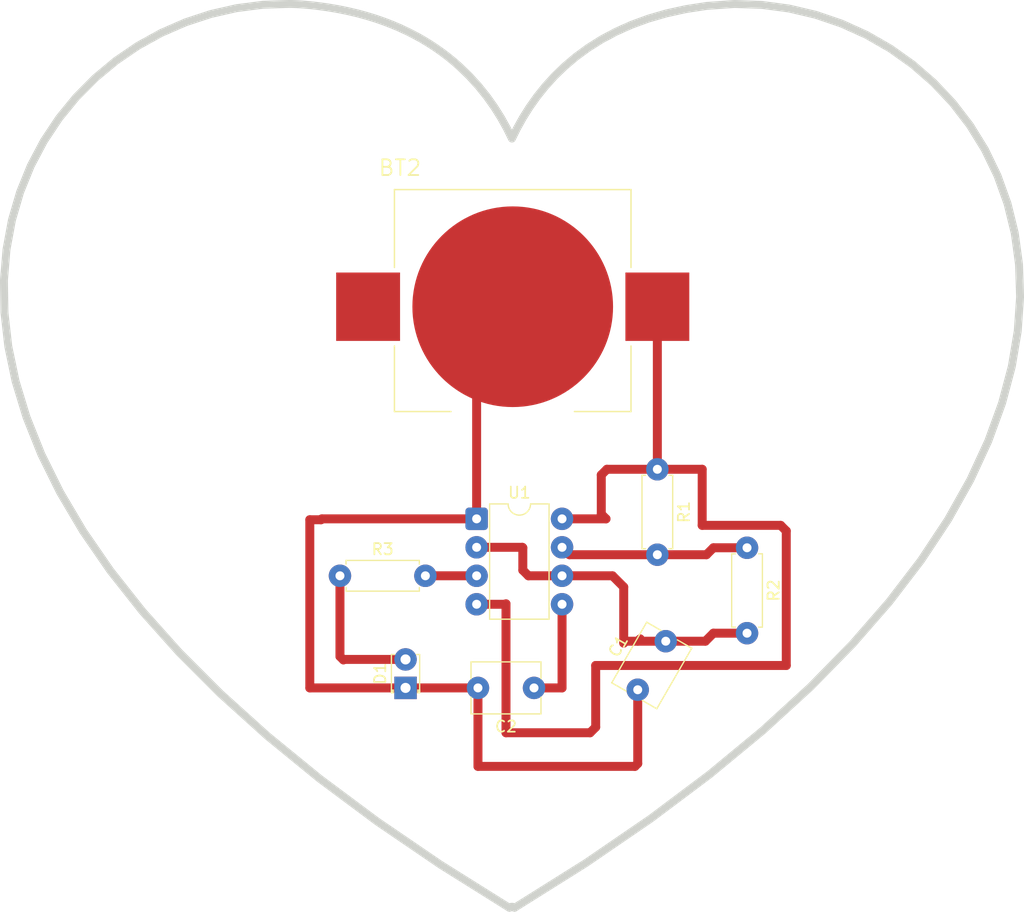
<source format=kicad_pcb>
(kicad_pcb (version 20241229) (generator "pcbnew") (generator_version "9.0")
  (layers (0 "F.Cu" signal) (2 "B.Cu" signal) (13 "F.Paste" user) (15 "B.Paste" user) (5 "F.SilkS" user "F.Silkscreen") (7 "B.SilkS" user "B.Silkscreen") (1 "F.Mask" user) (3 "B.Mask" user) (25 "Edge.Cuts" user))
  (net 0 "")
  (net 1 "GND")
  (net 2 "+3V0")
  (net 3 "Net-(U1-THR)")
  (net 4 "Net-(U1-CV)")
  (net 5 "Net-(D1-A)")
  (net 6 "Net-(U1-DIS)")
  (net 7 "Net-(U1-Q)")
  (footprint "Capacitor_THT:C_Disc_D6.0mm_W4.4mm_P5.00mm" (layer "F.Cu") (at 122 127.5 180)
    (property "Reference" "C2" (at 2.5 -3.450001 0) (layer "F.SilkS"))
    (property "Value" "10n")
    (fp_line (start 5.62 2.32) (end -0.62 2.32) (stroke (width 0.12)) (layer "F.SilkS"))
    (fp_line (start 5.62 0.835) (end 5.62 2.32) (stroke (width 0.12)) (layer "F.SilkS"))
    (fp_line (start 5.62 -2.32) (end 5.62 -0.835) (stroke (width 0.12)) (layer "F.SilkS"))
    (fp_line (start -0.62 2.32) (end -0.62 0.835) (stroke (width 0.12)) (layer "F.SilkS"))
    (fp_line (start -0.62 -0.835) (end -0.62 -2.32) (stroke (width 0.12)) (layer "F.SilkS"))
    (fp_line (start -0.62 -2.32) (end 5.62 -2.32) (stroke (width 0.12)) (layer "F.SilkS"))
    (pad "1" thru_hole circle (at 0 0 180) (size 2 2) (drill 0.8) (layers "*.Cu" "*.Mask") (net 4 "Net-(U1-CV)"))
    (pad "2" thru_hole circle (at 5 0 180) (size 2 2) (drill 0.8) (layers "*.Cu" "*.Mask") (net 1 "GND"))
  )
  (footprint "Resistor_THT:R_Axial_DIN0207_L6.3mm_D2.5mm_P7.62mm_Horizontal" (layer "F.Cu") (at 133 108 -90)
    (property "Reference" "R1" (at 3.81 -2.37 90) (layer "F.SilkS"))
    (property "Value" "R")
    (fp_line (start 0.54 1.37) (end 7.08 1.37) (stroke (width 0.12)) (layer "F.SilkS"))
    (fp_line (start 7.08 1.37) (end 7.08 1.04) (stroke (width 0.12)) (layer "F.SilkS"))
    (fp_line (start 0.54 1.039999) (end 0.54 1.37) (stroke (width 0.12)) (layer "F.SilkS"))
    (fp_line (start 0.54 -1.039999) (end 0.54 -1.37) (stroke (width 0.12)) (layer "F.SilkS"))
    (fp_line (start 0.54 -1.37) (end 7.08 -1.37) (stroke (width 0.12)) (layer "F.SilkS"))
    (fp_line (start 7.08 -1.37) (end 7.08 -1.04) (stroke (width 0.12)) (layer "F.SilkS"))
    (pad "1" thru_hole circle (at 0 0 270) (size 2 2) (drill 0.8) (layers "*.Cu" "*.Mask") (net 2 "+3V0"))
    (pad "2" thru_hole circle (at 7.62 0 270) (size 2 2) (drill 0.8) (layers "*.Cu" "*.Mask") (net 6 "Net-(U1-DIS)"))
  )
  (footprint "Resistor_THT:R_Axial_DIN0207_L6.3mm_D2.5mm_P7.62mm_Horizontal" (layer "F.Cu") (at 141 115 -90)
    (property "Reference" "R2" (at 3.81 -2.37 90) (layer "F.SilkS"))
    (property "Value" "R")
    (fp_line (start 0.54 1.37) (end 7.08 1.37) (stroke (width 0.12)) (layer "F.SilkS"))
    (fp_line (start 7.08 1.37) (end 7.08 1.04) (stroke (width 0.12)) (layer "F.SilkS"))
    (fp_line (start 0.54 1.039999) (end 0.54 1.37) (stroke (width 0.12)) (layer "F.SilkS"))
    (fp_line (start 0.54 -1.039999) (end 0.54 -1.37) (stroke (width 0.12)) (layer "F.SilkS"))
    (fp_line (start 0.54 -1.37) (end 7.08 -1.37) (stroke (width 0.12)) (layer "F.SilkS"))
    (fp_line (start 7.08 -1.37) (end 7.08 -1.04) (stroke (width 0.12)) (layer "F.SilkS"))
    (pad "1" thru_hole circle (at 0 0 270) (size 2 2) (drill 0.8) (layers "*.Cu" "*.Mask") (net 6 "Net-(U1-DIS)"))
    (pad "2" thru_hole circle (at 7.62 0 270) (size 2 2) (drill 0.8) (layers "*.Cu" "*.Mask") (net 3 "Net-(U1-THR)"))
  )
  (footprint "Capacitor_THT:C_Disc_D6.0mm_W4.4mm_P5.00mm" (layer "F.Cu") (at 131.25 127.665064 60)
    (property "Reference" "C1" (at 2.500001 -3.45 60) (layer "F.SilkS"))
    (property "Value" "C")
    (fp_line (start -0.62 -2.32) (end 5.62 -2.32) (stroke (width 0.12)) (layer "F.SilkS"))
    (fp_line (start -0.62 -0.835) (end -0.62 -2.32) (stroke (width 0.12)) (layer "F.SilkS"))
    (fp_line (start 5.62 -2.32) (end 5.62 -0.835) (stroke (width 0.12)) (layer "F.SilkS"))
    (fp_line (start -0.62 2.32) (end -0.62 0.835) (stroke (width 0.12)) (layer "F.SilkS"))
    (fp_line (start 5.62 0.835) (end 5.62 2.32) (stroke (width 0.12)) (layer "F.SilkS"))
    (fp_line (start 5.62 2.32) (end -0.62 2.32) (stroke (width 0.12)) (layer "F.SilkS"))
    (pad "1" thru_hole circle (at 0 0 60) (size 2 2) (drill 0.8) (layers "*.Cu" "*.Mask") (net 1 "GND"))
    (pad "2" thru_hole circle (at 5 0 60) (size 2 2) (drill 0.8) (layers "*.Cu" "*.Mask") (net 3 "Net-(U1-THR)"))
  )
  (footprint "LED_THT:LED_D1.8mm_W3.3mm_H2.4mm" (layer "F.Cu") (at 110.54 127.5 90)
    (property "Reference" "D1" (at 1.27 -2.26 90) (layer "F.SilkS"))
    (property "Value" "LED")
    (fp_line (start 2.98 -1.26) (end 2.98 -0.986) (stroke (width 0.12)) (layer "F.SilkS"))
    (fp_line (start -0.2 -1.26) (end -0.2 -1.08) (stroke (width 0.12)) (layer "F.SilkS"))
    (fp_line (start -0.32 -1.26) (end -0.32 -1.08) (stroke (width 0.12)) (layer "F.SilkS"))
    (fp_line (start -0.44 -1.26) (end 2.98 -1.26) (stroke (width 0.12)) (layer "F.SilkS"))
    (fp_line (start -0.44 -1.08) (end -0.44 -1.26) (stroke (width 0.12)) (layer "F.SilkS"))
    (fp_line (start 2.98 0.986) (end 2.98 1.26) (stroke (width 0.12)) (layer "F.SilkS"))
    (fp_line (start -0.2 1.08) (end -0.2 1.26) (stroke (width 0.12)) (layer "F.SilkS"))
    (fp_line (start -0.32 1.08) (end -0.32 1.26) (stroke (width 0.12)) (layer "F.SilkS"))
    (fp_line (start 2.98 1.26) (end -0.44 1.26) (stroke (width 0.12)) (layer "F.SilkS"))
    (fp_line (start -0.44 1.26) (end -0.44 1.08) (stroke (width 0.12)) (layer "F.SilkS"))
    (pad "1" thru_hole rect (at 0 0 90) (size 2 2) (drill 0.9) (layers "*.Cu" "*.Mask") (net 1 "GND"))
    (pad "2" thru_hole circle (at 2.54 0 90) (size 2 2) (drill 0.9) (layers "*.Cu" "*.Mask") (net 5 "Net-(D1-A)"))
  )
  (footprint "Resistor_THT:R_Axial_DIN0207_L6.3mm_D2.5mm_P7.62mm_Horizontal" (layer "F.Cu") (at 104.69 117.5)
    (property "Reference" "R3" (at 3.81 -2.37 0) (layer "F.SilkS"))
    (property "Value" "R")
    (fp_line (start 0.54 -1.37) (end 7.08 -1.37) (stroke (width 0.12)) (layer "F.SilkS"))
    (fp_line (start 0.54 -1.04) (end 0.54 -1.37) (stroke (width 0.12)) (layer "F.SilkS"))
    (fp_line (start 0.54 1.04) (end 0.54 1.37) (stroke (width 0.12)) (layer "F.SilkS"))
    (fp_line (start 0.54 1.37) (end 7.08 1.37) (stroke (width 0.12)) (layer "F.SilkS"))
    (fp_line (start 7.08 -1.37) (end 7.08 -1.04) (stroke (width 0.12)) (layer "F.SilkS"))
    (fp_line (start 7.08 1.37) (end 7.08 1.04) (stroke (width 0.12)) (layer "F.SilkS"))
    (pad "1" thru_hole circle (at 0 0) (size 2 2) (drill 0.8) (layers "*.Cu" "*.Mask") (net 5 "Net-(D1-A)"))
    (pad "2" thru_hole circle (at 7.62 0) (size 2 2) (drill 0.8) (layers "*.Cu" "*.Mask") (net 7 "Net-(U1-Q)"))
  )
  (footprint "Package_DIP:DIP-8_W7.62mm" (layer "F.Cu") (at 116.88 112.42)
    (property "Reference" "U1" (at 3.81 -2.33 0) (layer "F.SilkS"))
    (property "Value" "TLC555xP")
    (fp_line (start 1.16 -1.33) (end 1.16 8.95) (stroke (width 0.12)) (layer "F.SilkS"))
    (fp_line (start 1.16 8.95) (end 6.46 8.95) (stroke (width 0.12)) (layer "F.SilkS"))
    (fp_line (start 2.81 -1.33) (end 1.16 -1.33) (stroke (width 0.12)) (layer "F.SilkS"))
    (fp_line (start 6.46 -1.33) (end 4.81 -1.33) (stroke (width 0.12)) (layer "F.SilkS"))
    (fp_line (start 6.46 8.95) (end 6.46 -1.33) (stroke (width 0.12)) (layer "F.SilkS"))
    (fp_arc (start 4.81 -1.33) (mid 3.81 -0.33) (end 2.81 -1.33) (stroke (width 0.12)) (layer "F.SilkS"))
    (pad "1" thru_hole roundrect (at 0 0) (size 2 2) (drill 0.8) (layers "*.Cu" "*.Mask") (roundrect_rratio 0.15625) (net 1 "GND"))
    (pad "2" thru_hole circle (at 0 2.54) (size 2 2) (drill 0.8) (layers "*.Cu" "*.Mask") (net 3 "Net-(U1-THR)"))
    (pad "3" thru_hole circle (at 0 5.08) (size 2 2) (drill 0.8) (layers "*.Cu" "*.Mask") (net 7 "Net-(U1-Q)"))
    (pad "4" thru_hole circle (at 0 7.62) (size 2 2) (drill 0.8) (layers "*.Cu" "*.Mask") (net 2 "+3V0"))
    (pad "5" thru_hole circle (at 7.62 7.62) (size 2 2) (drill 0.8) (layers "*.Cu" "*.Mask") (net 4 "Net-(U1-CV)"))
    (pad "6" thru_hole circle (at 7.62 5.08) (size 2 2) (drill 0.8) (layers "*.Cu" "*.Mask") (net 3 "Net-(U1-THR)"))
    (pad "7" thru_hole circle (at 7.62 2.54) (size 2 2) (drill 0.8) (layers "*.Cu" "*.Mask") (net 6 "Net-(U1-DIS)"))
    (pad "8" thru_hole circle (at 7.62 0) (size 2 2) (drill 0.8) (layers "*.Cu" "*.Mask") (net 2 "+3V0"))
  )
  (footprint "BAT-HLD-003-SMT:BAT_BAT-HLD-003-SMT" (layer "F.Cu") (at 120.1 93.5)
    (property "Reference" "BT2" (at -10.055 -12.389 0) (layer "F.SilkS") (effects (font (size 1.4 1.4))))
    (property "Value" "BAT-HLD-003-SMT")
    (fp_line (start -10.55 -10.45) (end 10.55 -10.45) (stroke (width 0.127)) (layer "F.SilkS"))
    (fp_line (start -10.55 -3.5) (end -10.55 -10.45) (stroke (width 0.127)) (layer "F.SilkS"))
    (fp_line (start -10.55 3.5) (end -10.55 9.35) (stroke (width 0.127)) (layer "F.SilkS"))
    (fp_line (start -10.55 9.35) (end -5.5 9.35) (stroke (width 0.127)) (layer "F.SilkS"))
    (fp_line (start 5.5 9.35) (end 10.55 9.35) (stroke (width 0.127)) (layer "F.SilkS"))
    (fp_line (start 10.55 -10.45) (end 10.55 -3.5) (stroke (width 0.127)) (layer "F.SilkS"))
    (fp_line (start 10.55 9.35) (end 10.55 3.5) (stroke (width 0.127)) (layer "F.SilkS"))
    (pad "N" smd circle (at 0 0) (size 17.9 17.9) (layers "F.Cu" "F.Mask") (net 1 "GND"))
    (pad "P1" smd rect (at -12.9 0) (size 5.7 6.1) (layers "F.Cu" "F.Mask" "F.Paste") (net 2 "+3V0"))
    (pad "P2" smd rect (at 12.9 0) (size 5.7 6.1) (layers "F.Cu" "F.Mask" "F.Paste") (net 2 "+3V0"))
  )
  (gr_poly (pts (xy 100.5 66.5) (xy 100.807702 66.511966) (xy 101.115448 66.5281) (xy 101.423258 66.548314) (xy 101.731156 66.572521) (xy 102.039162 66.600635) (xy 102.347299 66.632568) (xy 102.655588 66.668235) (xy 103.601214 66.797952) (xy 104.515632 66.952755) (xy 105.399364 67.131683) (xy 106.252934 67.333777) (xy 107.076864 67.558077) (xy 107.871677 67.803623) (xy 108.637897 68.069455) (xy 109.376046 68.354615) (xy 110.086646 68.658141) (xy 110.770222 68.979075) (xy 111.427296 69.316457) (xy 112.05839 69.669326) (xy 112.664029 70.036724) (xy 113.244734 70.41769) (xy 113.801029 70.811265) (xy 114.333436 71.216489) (xy 114.842479 71.632402) (xy 115.32868 72.058044) (xy 116.23465 72.934679) (xy 117.05553 73.838716) (xy 117.795501 74.762476) (xy 118.458749 75.698281) (xy 119.049456 76.638455) (xy 119.571806 77.575318) (xy 120.029983 78.501194) (xy 120.488159 77.575317) (xy 121.010512 76.638453) (xy 121.601227 75.698279) (xy 122.264491 74.762473) (xy 123.00449 73.838713) (xy 123.82541 72.934677) (xy 124.731437 72.058042) (xy 125.726757 71.216486) (xy 126.815557 70.417688) (xy 128.002023 69.669324) (xy 129.290341 68.979073) (xy 130.684697 68.354613) (xy 132.189277 67.803621) (xy 133.808268 67.333775) (xy 135.545855 66.952753) (xy 137.406225 66.668232) (xy 139.872628 66.497009) (xy 142.327152 66.577163) (xy 144.751614 66.900882) (xy 147.127832 67.460353) (xy 149.437621 68.247763) (xy 151.662799 69.255299) (xy 153.785182 70.475149) (xy 155.786588 71.8995) (xy 157.648832 73.520539) (xy 159.353731 75.330453) (xy 160.883103 77.321429) (xy 162.218763 79.485655) (xy 163.34253 81.815318) (xy 164.236218 84.302605) (xy 164.881646 86.939703) (xy 165.260629 89.718799) (xy 165.354984 92.632081) (xy 165.146529 95.671736) (xy 164.61708 98.829951) (xy 163.748453 102.098913) (xy 162.522466 105.470809) (xy 160.920934 108.937827) (xy 158.925675 112.492154) (xy 156.518506 116.125976) (xy 153.681243 119.831482) (xy 150.395703 123.600859) (xy 146.643702 127.426293) (xy 142.407058 131.299971) (xy 137.667586 135.214082) (xy 132.407105 139.160812) (xy 126.60743 143.132348) (xy 120.250378 147.120878) (xy 120.242647 147.1086) (xy 120.233747 147.097113) (xy 120.223755 147.086419) (xy 120.212749 147.076517) (xy 120.200807 147.067407) (xy 120.188007 147.059089) (xy 120.174428 147.051564) (xy 120.160146 147.04483) (xy 120.14524 147.038889) (xy 120.129788 147.03374) (xy 120.113868 147.029383) (xy 120.097559 147.025818) (xy 120.080937 147.023046) (xy 120.064081 147.021065) (xy 120.04707 147.019877) (xy 120.02998 147.019481) (xy 120.01289 147.019877) (xy 119.995879 147.021065) (xy 119.979023 147.023046) (xy 119.962401 147.025818) (xy 119.946091 147.029383) (xy 119.930172 147.03374) (xy 119.91472 147.038889) (xy 119.899814 147.04483) (xy 119.885532 147.051564) (xy 119.871952 147.059089) (xy 119.859153 147.067407) (xy 119.847211 147.076517) (xy 119.836205 147.086419) (xy 119.826213 147.097113) (xy 119.817312 147.1086) (xy 119.809582 147.120878) (xy 113.64277 143.256774) (xy 107.999587 139.408359) (xy 102.8635 135.582738) (xy 98.217978 131.787016) (xy 94.046488 128.028298) (xy 90.332499 124.313689) (xy 87.059478 120.650294) (xy 84.210894 117.045219) (xy 81.770213 113.505568) (xy 79.720905 110.038446) (xy 78.046436 106.650959) (xy 76.730276 103.350211) (xy 75.755891 100.143307) (xy 75.10675 97.037353) (xy 74.766321 94.039454) (xy 74.718071 91.156714) (xy 74.945469 88.396238) (xy 75.431982 85.765133) (xy 76.161079 83.270502) (xy 77.116227 80.919451) (xy 78.280894 78.719084) (xy 79.638548 76.676507) (xy 81.172657 74.798826) (xy 82.866689 73.093144) (xy 84.704111 71.566567) (xy 86.668393 70.2262) (xy 88.743001 69.079148) (xy 90.911404 68.132516) (xy 93.157069 67.39341) (xy 95.463465 66.868933) (xy 97.814059 66.566192) (xy 100.192319 66.492291) (xy 100.192319 66.492288)) (stroke (width 0.703736)) (fill no) (layer "Edge.Cuts"))
  (segment (start 110.54 127.5) (end 117 127.5) (width 0.8) (layer "F.Cu") (net 1))
  (segment (start 116.88 112.42) (end 116.88 96.72) (width 0.8) (layer "F.Cu") (net 1))
  (segment (start 102 112.5) (end 103 112.5) (width 0.8) (layer "F.Cu") (net 1))
  (segment (start 131.25 134.25) (end 131.25 127.665064) (width 0.8) (layer "F.Cu") (net 1))
  (segment (start 116.88 98.72) (end 118.6 97) (width 0.8) (layer "F.Cu") (net 1))
  (segment (start 103.08 112.42) (end 103 112.5) (width 0.8) (layer "F.Cu") (net 1))
  (segment (start 102 127.5) (end 102 112.5) (width 0.8) (layer "F.Cu") (net 1))
  (segment (start 103.08 112.42) (end 116.88 112.42) (width 0.8) (layer "F.Cu") (net 1))
  (segment (start 116.88 96.72) (end 120.1 93.5) (width 0.8) (layer "F.Cu") (net 1))
  (segment (start 117 134.5) (end 131 134.5) (width 0.8) (layer "F.Cu") (net 1))
  (segment (start 131 134.5) (end 131.25 134.25) (width 0.8) (layer "F.Cu") (net 1))
  (segment (start 110.54 127.5) (end 102 127.5) (width 0.8) (layer "F.Cu") (net 1))
  (segment (start 117 127.5) (end 117 134.5) (width 0.8) (layer "F.Cu") (net 1))
  (segment (start 133 108) (end 128.5 108) (width 0.8) (layer "F.Cu") (net 2))
  (segment (start 137 108) (end 137 113) (width 0.8) (layer "F.Cu") (net 2))
  (segment (start 127.5 125.5) (end 127.5 131) (width 0.8) (layer "F.Cu") (net 2))
  (segment (start 128.5 108) (end 128 108.5) (width 0.8) (layer "F.Cu") (net 2))
  (segment (start 119.46 120.04) (end 116.88 120.04) (width 0.8) (layer "F.Cu") (net 2))
  (segment (start 128.42 112.42) (end 124.5 112.42) (width 0.8) (layer "F.Cu") (net 2))
  (segment (start 119.5 120) (end 119.46 120.04) (width 0.8) (layer "F.Cu") (net 2))
  (segment (start 144 113) (end 144.5 113.5) (width 0.8) (layer "F.Cu") (net 2))
  (segment (start 144.5 125.5) (end 127.5 125.5) (width 0.8) (layer "F.Cu") (net 2))
  (segment (start 127 131.5) (end 119.5 131.5) (width 0.8) (layer "F.Cu") (net 2))
  (segment (start 133 108) (end 137 108) (width 0.8) (layer "F.Cu") (net 2))
  (segment (start 137 113) (end 144 113) (width 0.8) (layer "F.Cu") (net 2))
  (segment (start 128 112) (end 128.42 112.42) (width 0.8) (layer "F.Cu") (net 2))
  (segment (start 128 108.5) (end 128 112) (width 0.8) (layer "F.Cu") (net 2))
  (segment (start 133 108) (end 133 93.5) (width 0.8) (layer "F.Cu") (net 2))
  (segment (start 144.5 113.5) (end 144.5 125.5) (width 0.8) (layer "F.Cu") (net 2))
  (segment (start 127.5 131) (end 127 131.5) (width 0.8) (layer "F.Cu") (net 2))
  (segment (start 119.5 131.5) (end 119.5 120) (width 0.8) (layer "F.Cu") (net 2))
  (segment (start 129 117.5) (end 130 118.5) (width 0.8) (layer "F.Cu") (net 3))
  (segment (start 121 117) (end 121 115) (width 0.8) (layer "F.Cu") (net 3))
  (segment (start 133.964937 123.12) (end 133.75 123.334937) (width 0.8) (layer "F.Cu") (net 3))
  (segment (start 130 118.5) (end 130 123.5) (width 0.8) (layer "F.Cu") (net 3))
  (segment (start 121.5 117.5) (end 121 117) (width 0.8) (layer "F.Cu") (net 3))
  (segment (start 120.96 114.96) (end 116.88 114.96) (width 0.8) (layer "F.Cu") (net 3))
  (segment (start 137.285063 123.334937) (end 138 122.62) (width 0.8) (layer "F.Cu") (net 3))
  (segment (start 130.165063 123.334937) (end 133.75 123.334937) (width 0.8) (layer "F.Cu") (net 3))
  (segment (start 131.464937 123.12) (end 131.25 123.334937) (width 0.8) (layer "F.Cu") (net 3))
  (segment (start 121 115) (end 120.96 114.96) (width 0.8) (layer "F.Cu") (net 3))
  (segment (start 138 122.62) (end 141 122.62) (width 0.8) (layer "F.Cu") (net 3))
  (segment (start 124.5 117.5) (end 121.5 117.5) (width 0.8) (layer "F.Cu") (net 3))
  (segment (start 124.5 117.5) (end 129 117.5) (width 0.8) (layer "F.Cu") (net 3))
  (segment (start 133.75 123.334937) (end 137.285063 123.334937) (width 0.8) (layer "F.Cu") (net 3))
  (segment (start 130 123.5) (end 130.165063 123.334937) (width 0.8) (layer "F.Cu") (net 3))
  (segment (start 122 127.5) (end 124.5 127.5) (width 0.8) (layer "F.Cu") (net 4))
  (segment (start 124.5 127.5) (end 124.5 120.04) (width 0.8) (layer "F.Cu") (net 4))
  (segment (start 105.04 124.96) (end 110.54 124.96) (width 0.8) (layer "F.Cu") (net 5))
  (segment (start 105 125) (end 105.04 124.96) (width 0.8) (layer "F.Cu") (net 5))
  (segment (start 104.69 124.69) (end 105 125) (width 0.8) (layer "F.Cu") (net 5))
  (segment (start 104.69 117.5) (end 104.69 124.69) (width 0.8) (layer "F.Cu") (net 5))
  (segment (start 133.12 115.5) (end 133 115.62) (width 0.8) (layer "F.Cu") (net 6))
  (segment (start 133 115.62) (end 125.16 115.62) (width 0.8) (layer "F.Cu") (net 6))
  (segment (start 133 115.62) (end 137.38 115.62) (width 0.8) (layer "F.Cu") (net 6))
  (segment (start 138 115) (end 141 115) (width 0.8) (layer "F.Cu") (net 6))
  (segment (start 137.38 115.62) (end 138 115) (width 0.8) (layer "F.Cu") (net 6))
  (segment (start 125.16 115.62) (end 124.5 114.96) (width 0.8) (layer "F.Cu") (net 6))
  (segment (start 112.31 117.5) (end 116.88 117.5) (width 0.8) (layer "F.Cu") (net 7))
)
</source>
